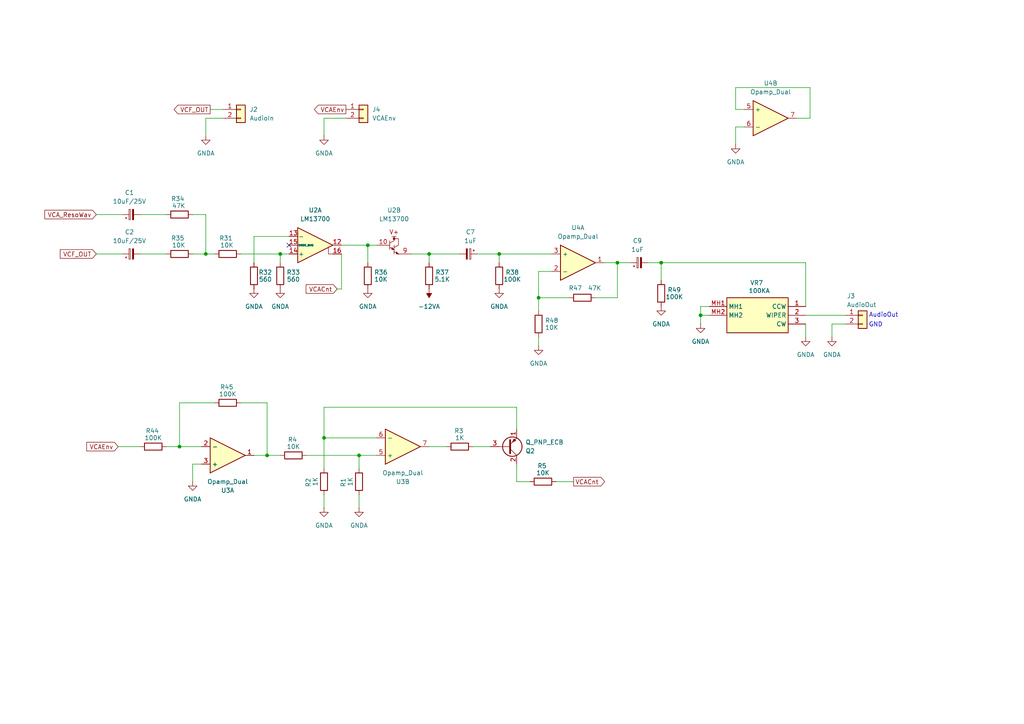
<source format=kicad_sch>
(kicad_sch (version 20250114) (generator "eeschema") (generator_version "9.0")
  (paper "A4")
  (lib_symbols
    (symbol "Amplifier_Operational:LM13700" (pin_names (offset 0.127))
      (property "Reference" "U" (at 3.81 5.08 0))
      (property "Value" "LM13700" (at 5.08 -5.08 0))
      (symbol "LM13700_1_1"
        (polyline (pts (xy 3.81 -0.635) (xy 3.81 -2.54) (xy 5.08 -2.54)))
        (polyline (pts (xy 5.08 0) (xy -5.08 -5.08) (xy -5.08 5.08) (xy 5.08 0)) (stroke (width 0.254)) (fill (type background)))
        (pin input line (at -7.62 2.54 0) (length 2.54) (name "-") (number "13"))
        (pin input line (at -7.62 0 0) (length 2.54) (name "DIODE_BIAS") (number "15"))
        (pin input line (at -7.62 -2.54 0) (length 2.54) (name "+") (number "14"))
        (pin output line (at 7.62 0 180) (length 2.54) (name "~") (number "12"))
        (pin input line (at 7.62 -2.54 180) (length 2.54) (name "~") (number "16"))
      )
      (symbol "LM13700_2_0"
        (polyline (pts (xy -1.905 2.54) (xy -3.175 2.54)))
      )
      (symbol "LM13700_2_1"
        (polyline (pts (xy -3.81 1.27) (xy -3.81 -1.27)))
        (polyline (pts (xy -3.81 0.635) (xy -2.54 1.27) (xy -2.54 1.905) (xy -2.54 2.54)))
        (polyline (pts (xy -3.81 -0.635) (xy -2.54 -1.27)))
        (circle (center -2.54 1.905) (radius 0.254) (stroke (width 0.254)) (fill (type outline)))
        (polyline (pts (xy -2.54 0) (xy -2.54 -2.54)))
        (polyline (pts (xy -2.54 -0.635) (xy -1.27 0) (xy -1.27 1.905) (xy -2.54 1.905)))
        (polyline (pts (xy -2.54 -1.27) (xy -3.175 -0.635) (xy -3.175 -1.27) (xy -2.54 -1.27)) (fill (type outline)))
        (polyline (pts (xy -2.54 -1.905) (xy -1.27 -2.54)))
        (polyline (pts (xy -1.27 -2.54) (xy -1.905 -1.905) (xy -1.905 -2.54) (xy -1.27 -2.54)) (fill (type outline)))
        (text "V+" (at -2.54 3.81 0) (effects (font (size 1.27 1.27))))
        (pin input line (at -7.62 0 0) (length 3.81) (name "~") (number "10"))
        (pin output line (at 2.54 -2.54 180) (length 3.81) (name "~") (number "9"))
      )
      (symbol "LM13700_3_1"
        (polyline (pts (xy 3.81 -0.635) (xy 3.81 -2.54) (xy 5.08 -2.54)))
        (polyline (pts (xy 5.08 0) (xy -5.08 -5.08) (xy -5.08 5.08) (xy 5.08 0)) (stroke (width 0.254)) (fill (type background)))
        (pin input line (at -7.62 2.54 0) (length 2.54) (name "-") (number "4"))
        (pin input line (at -7.62 0 0) (length 2.54) (name "DIODE_BIAS") (number "2"))
        (pin input line (at -7.62 -2.54 0) (length 2.54) (name "+") (number "3"))
        (pin output line (at 7.62 0 180) (length 2.54) (name "~") (number "5"))
        (pin input line (at 7.62 -2.54 180) (length 2.54) (name "~") (number "1"))
      )
      (symbol "LM13700_4_0"
        (polyline (pts (xy -3.175 2.54) (xy -1.905 2.54)))
        (text "V+" (at -2.54 3.81 0) (effects (font (size 1.27 1.27))))
      )
      (symbol "LM13700_4_1"
        (polyline (pts (xy -3.81 1.27) (xy -3.81 -1.27)))
        (polyline (pts (xy -3.81 0.635) (xy -2.54 1.27) (xy -2.54 2.54)))
        (polyline (pts (xy -3.81 -0.635) (xy -2.54 -1.27)))
        (circle (center -2.54 1.905) (radius 0.254) (stroke (width 0.254)) (fill (type outline)))
        (polyline (pts (xy -2.54 0) (xy -2.54 -2.54)))
        (polyline (pts (xy -2.54 -0.635) (xy -1.27 0) (xy -1.27 1.905) (xy -2.54 1.905)))
        (polyline (pts (xy -2.54 -1.27) (xy -3.175 -0.635) (xy -3.175 -1.27) (xy -2.54 -1.27)) (fill (type outline)))
        (polyline (pts (xy -2.54 -1.905) (xy -1.27 -2.54)))
        (polyline (pts (xy -1.27 -2.54) (xy -1.905 -1.905) (xy -1.905 -2.54) (xy -1.27 -2.54)) (fill (type outline)))
        (pin input line (at -7.62 0 0) (length 3.81) (name "~") (number "7"))
        (pin output line (at 2.54 -2.54 180) (length 3.81) (name "~") (number "8"))
      )
      (symbol "LM13700_5_1"
        (pin power_in line (at -2.54 7.62 270) (length 3.81) (name "V+") (number "11"))
        (pin power_in line (at -2.54 -7.62 90) (length 3.81) (name "V-") (number "6"))
      )
    )
    (symbol "Connector_Generic:Conn_01x02" (pin_names (offset 1.016) (hide yes))
      (property "Reference" "J" (at 0 2.54 0))
      (property "Value" "Conn_01x02" (at 0 -5.08 0))
      (symbol "Conn_01x02_1_1"
        (rectangle (start -1.27 1.27) (end 1.27 -3.81) (stroke (width 0.254)) (fill (type background)))
        (rectangle (start -1.27 0.127) (end 0 -0.127) (stroke (width 0.1524)))
        (rectangle (start -1.27 -2.413) (end 0 -2.667) (stroke (width 0.1524)))
        (pin passive line (at -5.08 0 0) (length 3.81) (name "Pin_1") (number "1"))
        (pin passive line (at -5.08 -2.54 0) (length 3.81) (name "Pin_2") (number "2"))
      )
    )
    (symbol "Device:C_Polarized_Small" (pin_numbers (hide yes)) (pin_names (offset 0.254) (hide yes))
      (property "Reference" "C" (at 0.254 1.778 0))
      (property "Value" "C_Polarized_Small" (at 0.254 -2.032 0))
      (symbol "C_Polarized_Small_0_1"
        (rectangle (start -1.524 0.6858) (end 1.524 0.3048))
        (rectangle (start -1.524 -0.3048) (end 1.524 -0.6858) (fill (type outline)))
        (polyline (pts (xy -1.27 1.524) (xy -0.762 1.524)))
        (polyline (pts (xy -1.016 1.27) (xy -1.016 1.778)))
      )
      (symbol "C_Polarized_Small_1_1"
        (pin passive line (at 0 2.54 270) (length 1.8542) (name "~") (number "1"))
        (pin passive line (at 0 -2.54 90) (length 1.8542) (name "~") (number "2"))
      )
    )
    (symbol "Device:Opamp_Dual"
      (property "Reference" "U" (at 0 5.08 0))
      (property "Value" "Opamp_Dual" (at 0 -5.08 0))
      (symbol "Opamp_Dual_1_1"
        (polyline (pts (xy -5.08 5.08) (xy 5.08 0) (xy -5.08 -5.08) (xy -5.08 5.08)) (stroke (width 0.254)) (fill (type background)))
        (pin input line (at -7.62 2.54 0) (length 2.54) (name "+") (number "3"))
        (pin input line (at -7.62 -2.54 0) (length 2.54) (name "-") (number "2"))
        (pin output line (at 7.62 0 180) (length 2.54) (name "~") (number "1"))
      )
      (symbol "Opamp_Dual_2_1"
        (polyline (pts (xy -5.08 5.08) (xy 5.08 0) (xy -5.08 -5.08) (xy -5.08 5.08)) (stroke (width 0.254)) (fill (type background)))
        (pin input line (at -7.62 2.54 0) (length 2.54) (name "+") (number "5"))
        (pin input line (at -7.62 -2.54 0) (length 2.54) (name "-") (number "6"))
        (pin output line (at 7.62 0 180) (length 2.54) (name "~") (number "7"))
      )
      (symbol "Opamp_Dual_3_1"
        (pin power_in line (at -2.54 7.62 270) (length 3.81) (name "V+") (number "8"))
        (pin power_in line (at -2.54 -7.62 90) (length 3.81) (name "V-") (number "4"))
      )
    )
    (symbol "Device:R" (pin_numbers (hide yes)) (pin_names (offset 0))
      (property "Reference" "R" (at 2.032 0 90))
      (property "Value" "R" (at 0 0 90))
      (symbol "R_0_1"
        (rectangle (start -1.016 -2.54) (end 1.016 2.54) (stroke (width 0.254)))
      )
      (symbol "R_1_1"
        (pin passive line (at 0 3.81 270) (length 1.27) (name "~") (number "1"))
        (pin passive line (at 0 -3.81 90) (length 1.27) (name "~") (number "2"))
      )
    )
    (symbol "Opamp_Dual_1"
      (property "Reference" "U" (at 0 5.08 0))
      (property "Value" "Opamp_Dual" (at 0 -5.08 0))
      (symbol "Opamp_Dual_1_1_1"
        (polyline (pts (xy -5.08 5.08) (xy 5.08 0) (xy -5.08 -5.08) (xy -5.08 5.08)) (stroke (width 0.254)) (fill (type background)))
        (pin input line (at -7.62 2.54 0) (length 2.54) (name "+") (number "3"))
        (pin input line (at -7.62 -2.54 0) (length 2.54) (name "-") (number "2"))
        (pin output line (at 7.62 0 180) (length 2.54) (name "~") (number "1"))
      )
      (symbol "Opamp_Dual_1_2_1"
        (polyline (pts (xy -5.08 5.08) (xy 5.08 0) (xy -5.08 -5.08) (xy -5.08 5.08)) (stroke (width 0.254)) (fill (type background)))
        (pin input line (at -7.62 2.54 0) (length 2.54) (name "+") (number "5"))
        (pin input line (at -7.62 -2.54 0) (length 2.54) (name "-") (number "6"))
        (pin output line (at 7.62 0 180) (length 2.54) (name "~") (number "7"))
      )
      (symbol "Opamp_Dual_1_3_1"
        (pin power_in line (at -2.54 7.62 270) (length 3.81) (name "V+") (number "8"))
        (pin power_in line (at -2.54 -7.62 90) (length 3.81) (name "V-") (number "4"))
      )
    )
    (symbol "SamacSys_Parts:RK09D117000B"
      (property "Reference" "VR" (at 24.13 7.62 0))
      (property "Value" "RK09D117000B" (at 24.13 5.08 0))
      (symbol "RK09D117000B_1_1"
        (rectangle (start 5.08 2.54) (end 22.86 -7.62) (stroke (width 0.254)) (fill (type background)))
        (pin passive line (at 0 0 0) (length 5.08) (name "CCW") (number "1"))
        (pin passive line (at 0 -2.54 0) (length 5.08) (name "WIPER") (number "2"))
        (pin passive line (at 0 -5.08 0) (length 5.08) (name "CW") (number "3"))
        (pin passive line (at 27.94 0 180) (length 5.08) (name "MH1") (number "MH1"))
        (pin passive line (at 27.94 -2.54 180) (length 5.08) (name "MH2") (number "MH2"))
      )
    )
    (symbol "Transistor_BJT:Q_PNP_ECB" (pin_names (offset 0) (hide yes))
      (property "Reference" "Q" (at 5.08 1.27 0))
      (property "Value" "Q_PNP_ECB" (at 5.08 -1.27 0))
      (symbol "Q_PNP_ECB_0_1"
        (polyline (pts (xy -2.54 0) (xy 0.635 0)))
        (polyline (pts (xy 0.635 1.905) (xy 0.635 -1.905)) (stroke (width 0.508)))
        (polyline (pts (xy 0.635 0.635) (xy 2.54 2.54)))
        (polyline (pts (xy 0.635 -0.635) (xy 2.54 -2.54)))
        (circle (center 1.27 0) (radius 2.8194) (stroke (width 0.254)))
        (polyline (pts (xy 2.286 -1.778) (xy 1.778 -2.286) (xy 1.27 -1.27) (xy 2.286 -1.778)) (fill (type outline)))
      )
      (symbol "Q_PNP_ECB_1_1"
        (pin input line (at -5.08 0 0) (length 2.54) (name "B") (number "3"))
        (pin passive line (at 2.54 5.08 270) (length 2.54) (name "C") (number "2"))
        (pin passive line (at 2.54 -5.08 90) (length 2.54) (name "E") (number "1"))
      )
    )
    (symbol "power:-12VA" (power) (pin_numbers (hide yes)) (pin_names (offset 0) (hide yes))
      (property "Value" "-12VA" (at 0 3.556 0))
      (symbol "-12VA_0_0"
        (pin power_in line (at 0 0 90) (length 0) (name "~") (number "1"))
      )
      (symbol "-12VA_0_1"
        (polyline (pts (xy 0 0) (xy 0 1.27) (xy 0.762 1.27) (xy 0 2.54) (xy -0.762 1.27) (xy 0 1.27)) (fill (type outline)))
      )
    )
    (symbol "power:GNDA" (power) (pin_numbers (hide yes)) (pin_names (offset 0) (hide yes))
      (property "Value" "GNDA" (at 0 -3.81 0))
      (symbol "GNDA_0_1"
        (polyline (pts (xy 0 0) (xy 0 -1.27) (xy 1.27 -1.27) (xy 0 -2.54) (xy -1.27 -1.27) (xy 0 -1.27)))
      )
      (symbol "GNDA_1_1"
        (pin power_in line (at 0 0 270) (length 0) (name "~") (number "1"))
      )
    )
  )
  (text "GND" (at 254 94.234 0) (effects (font (size 1.27 1.27))))
  (text "AudioOut" (at 256.286 91.44 0) (effects (font (size 1.27 1.27))))
  (junction (at 106.68 71.12))
  (junction (at 144.78 73.66))
  (junction (at 59.69 73.66))
  (junction (at 81.28 73.66))
  (junction (at 93.98 127))
  (junction (at 179.07 76.2))
  (junction (at 52.07 129.54))
  (junction (at 191.77 76.2))
  (junction (at 203.2 91.44))
  (junction (at 77.47 132.08))
  (junction (at 104.14 132.08))
  (junction (at 124.46 73.66))
  (junction (at 156.21 86.36))
  (no_connect (at 83.82 71.12))
  (wire (pts (xy 55.88 62.23) (xy 59.69 62.23)))
  (wire (pts (xy 73.66 132.08) (xy 77.47 132.08)))
  (wire (pts (xy 64.77 34.29) (xy 59.69 34.29)))
  (wire (pts (xy 156.21 86.36) (xy 156.21 90.17)))
  (wire (pts (xy 62.23 116.84) (xy 52.07 116.84)))
  (wire (pts (xy 99.06 83.82) (xy 97.79 83.82)))
  (wire (pts (xy 187.96 76.2) (xy 191.77 76.2)))
  (wire (pts (xy 55.88 134.62) (xy 55.88 139.7)))
  (wire (pts (xy 60.96 31.75) (xy 64.77 31.75)))
  (wire (pts (xy 156.21 86.36) (xy 156.21 78.74)))
  (wire (pts (xy 156.21 97.79) (xy 156.21 100.33)))
  (wire (pts (xy 191.77 76.2) (xy 191.77 81.28)))
  (wire (pts (xy 213.36 36.83) (xy 213.36 41.91)))
  (wire (pts (xy 99.06 73.66) (xy 99.06 83.82)))
  (wire (pts (xy 93.98 135.89) (xy 93.98 127)))
  (wire (pts (xy 191.77 76.2) (xy 233.68 76.2)))
  (wire (pts (xy 55.88 73.66) (xy 59.69 73.66)))
  (wire (pts (xy 104.14 143.51) (xy 104.14 147.32)))
  (wire (pts (xy 48.26 129.54) (xy 52.07 129.54)))
  (wire (pts (xy 149.86 118.11) (xy 93.98 118.11)))
  (wire (pts (xy 149.86 124.46) (xy 149.86 118.11)))
  (wire (pts (xy 83.82 68.58) (xy 73.66 68.58)))
  (wire (pts (xy 156.21 78.74) (xy 160.02 78.74)))
  (wire (pts (xy 99.06 71.12) (xy 106.68 71.12)))
  (wire (pts (xy 34.29 129.54) (xy 40.64 129.54)))
  (wire (pts (xy 81.28 73.66) (xy 69.85 73.66)))
  (wire (pts (xy 52.07 129.54) (xy 58.42 129.54)))
  (wire (pts (xy 93.98 118.11) (xy 93.98 127)))
  (wire (pts (xy 241.3 93.98) (xy 241.3 97.79)))
  (wire (pts (xy 59.69 62.23) (xy 59.69 73.66)))
  (wire (pts (xy 81.28 73.66) (xy 83.82 73.66)))
  (wire (pts (xy 203.2 88.9) (xy 203.2 91.44)))
  (wire (pts (xy 27.94 73.66) (xy 35.56 73.66)))
  (wire (pts (xy 88.9 132.08) (xy 104.14 132.08)))
  (wire (pts (xy 205.74 88.9) (xy 203.2 88.9)))
  (wire (pts (xy 165.1 86.36) (xy 156.21 86.36)))
  (wire (pts (xy 144.78 73.66) (xy 160.02 73.66)))
  (wire (pts (xy 138.43 73.66) (xy 144.78 73.66)))
  (wire (pts (xy 149.86 139.7) (xy 149.86 134.62)))
  (wire (pts (xy 161.29 139.7) (xy 166.37 139.7)))
  (wire (pts (xy 233.68 76.2) (xy 233.68 88.9)))
  (wire (pts (xy 179.07 86.36) (xy 172.72 86.36)))
  (wire (pts (xy 27.94 62.23) (xy 35.56 62.23)))
  (wire (pts (xy 77.47 132.08) (xy 81.28 132.08)))
  (wire (pts (xy 55.88 134.62) (xy 58.42 134.62)))
  (wire (pts (xy 231.14 34.29) (xy 234.95 34.29)))
  (wire (pts (xy 124.46 73.66) (xy 133.35 73.66)))
  (wire (pts (xy 179.07 76.2) (xy 179.07 86.36)))
  (wire (pts (xy 233.68 91.44) (xy 245.11 91.44)))
  (wire (pts (xy 40.64 73.66) (xy 48.26 73.66)))
  (wire (pts (xy 93.98 127) (xy 109.22 127)))
  (wire (pts (xy 175.26 76.2) (xy 179.07 76.2)))
  (wire (pts (xy 106.68 76.2) (xy 106.68 71.12)))
  (wire (pts (xy 119.38 73.66) (xy 124.46 73.66)))
  (wire (pts (xy 203.2 91.44) (xy 203.2 93.98)))
  (wire (pts (xy 59.69 73.66) (xy 62.23 73.66)))
  (wire (pts (xy 104.14 132.08) (xy 104.14 135.89)))
  (wire (pts (xy 40.64 62.23) (xy 48.26 62.23)))
  (wire (pts (xy 59.69 34.29) (xy 59.69 39.37)))
  (wire (pts (xy 124.46 129.54) (xy 129.54 129.54)))
  (wire (pts (xy 100.33 34.29) (xy 93.98 34.29)))
  (wire (pts (xy 109.22 132.08) (xy 104.14 132.08)))
  (wire (pts (xy 234.95 34.29) (xy 234.95 25.4)))
  (wire (pts (xy 215.9 36.83) (xy 213.36 36.83)))
  (wire (pts (xy 213.36 25.4) (xy 213.36 31.75)))
  (wire (pts (xy 93.98 143.51) (xy 93.98 147.32)))
  (wire (pts (xy 233.68 93.98) (xy 233.68 97.79)))
  (wire (pts (xy 81.28 73.66) (xy 81.28 76.2)))
  (wire (pts (xy 124.46 73.66) (xy 124.46 76.2)))
  (wire (pts (xy 153.67 139.7) (xy 149.86 139.7)))
  (wire (pts (xy 69.85 116.84) (xy 77.47 116.84)))
  (wire (pts (xy 73.66 68.58) (xy 73.66 76.2)))
  (wire (pts (xy 144.78 73.66) (xy 144.78 76.2)))
  (wire (pts (xy 93.98 34.29) (xy 93.98 39.37)))
  (wire (pts (xy 52.07 116.84) (xy 52.07 129.54)))
  (wire (pts (xy 213.36 31.75) (xy 215.9 31.75)))
  (wire (pts (xy 179.07 76.2) (xy 182.88 76.2)))
  (wire (pts (xy 137.16 129.54) (xy 142.24 129.54)))
  (wire (pts (xy 77.47 132.08) (xy 77.47 116.84)))
  (wire (pts (xy 205.74 91.44) (xy 203.2 91.44)))
  (wire (pts (xy 234.95 25.4) (xy 213.36 25.4)))
  (wire (pts (xy 245.11 93.98) (xy 241.3 93.98)))
  (wire (pts (xy 106.68 71.12) (xy 109.22 71.12)))
  (global_label "VCF_OUT" (shape output) (at 60.96 31.75 180) (property "Intersheetrefs" "${INTERSHEET_REFS}" (effects (hide yes))))
  (global_label "VCAEnv" (shape input) (at 34.29 129.54 180) (property "Intersheetrefs" "${INTERSHEET_REFS}" (effects (hide yes))))
  (global_label "VCF_OUT" (shape input) (at 27.94 73.66 180) (property "Intersheetrefs" "${INTERSHEET_REFS}" (effects (hide yes))))
  (global_label "VCA_ResoWav" (shape input) (at 27.94 62.23 180) (property "Intersheetrefs" "${INTERSHEET_REFS}" (effects (hide yes))))
  (global_label "VCACnt" (shape output) (at 166.37 139.7 0) (property "Intersheetrefs" "${INTERSHEET_REFS}" (effects (hide yes))))
  (global_label "VCACnt" (shape input) (at 97.79 83.82 180) (property "Intersheetrefs" "${INTERSHEET_REFS}" (effects (hide yes))))
  (global_label "VCAEnv" (shape output) (at 100.33 31.75 180) (property "Intersheetrefs" "${INTERSHEET_REFS}" (effects (hide yes))))
  (symbol (lib_id "Device:R") (at 157.48 139.7 90) (unit 1)
    (property "Reference" "R5" (at 157.226 135.128 90))
    (property "Value" "10K" (at 157.48 137.16 90))
    (property "Footprint" "Resistor_THT:R_Axial_DIN0204_L3.6mm_D1.6mm_P7.62mm_Horizontal" (effects (hide yes)))
    (property "Description" "Resistor" (effects (hide yes)))
  )
  (symbol (lib_id "Amplifier_Operational:LM13700") (at 116.84 71.12 0) (unit 2)
    (property "Reference" "U2" (at 114.3 60.96 0))
    (property "Value" "LM13700" (at 114.3 63.5 0))
    (property "Footprint" "Package_DIP:DIP-16_W7.62mm_LongPads" (effects (hide yes)))
    (property "Datasheet" "http://www.ti.com/lit/ds/symlink/lm13700.pdf" (effects (hide yes)))
    (property "Description" "Dual Operational Transconductance Amplifiers with Linearizing Diodes and Buffers, DIP-16/SOIC-16" (effects (hide yes)))
  )
  (symbol (lib_id "Device:R") (at 66.04 116.84 90) (unit 1)
    (property "Reference" "R45" (at 65.786 112.268 90))
    (property "Value" "100K" (at 66.04 114.3 90))
    (property "Footprint" "Resistor_THT:R_Axial_DIN0204_L3.6mm_D1.6mm_P7.62mm_Horizontal" (effects (hide yes)))
    (property "Description" "Resistor" (effects (hide yes)))
  )
  (symbol (lib_id "Device:R") (at 168.91 86.36 270) (mirror x) (unit 1)
    (property "Reference" "R47" (at 166.878 83.566 90))
    (property "Value" "47K" (at 172.466 83.566 90))
    (property "Footprint" "Resistor_THT:R_Axial_DIN0204_L3.6mm_D1.6mm_P7.62mm_Horizontal" (effects (hide yes)))
    (property "Description" "Resistor" (effects (hide yes)))
  )
  (symbol (lib_id "power:GNDA") (at 55.88 139.7 0) (unit 1)
    (property "Reference" "#PWR048" (effects (hide yes)))
    (property "Value" "GNDA" (at 55.88 144.78 0))
    (property "Description" "Power symbol creates a global label with name \"GNDA\" , analog ground" (effects (hide yes)))
  )
  (symbol (lib_id "power:-12VA") (at 124.46 83.82 180) (unit 1)
    (property "Reference" "#PWR039" (effects (hide yes)))
    (property "Value" "-12VA" (at 124.46 88.9 0))
    (property "Description" "Power symbol creates a global label with name \"-12VA\"" (effects (hide yes)))
  )
  (symbol (lib_id "Device:Opamp_Dual") (at 167.64 76.2 0) (unit 1)
    (property "Reference" "U4" (at 167.64 66.04 0))
    (property "Value" "Opamp_Dual" (at 167.64 68.58 0))
    (property "Footprint" "Package_DIP:DIP-8_W7.62mm_Socket_LongPads" (effects (hide yes)))
    (property "Description" "Dual operational amplifier" (effects (hide yes)))
    (property "Sim.Library" "${KICAD9_SYMBOL_DIR}/Simulation_SPICE.sp" (effects (hide yes)))
    (property "Sim.Name" "kicad_builtin_opamp_dual" (effects (hide yes)))
    (property "Sim.Device" "SUBCKT" (effects (hide yes)))
    (property "Sim.Pins" "1=out1 2=in1- 3=in1+ 4=vee 5=in2+ 6=in2- 7=out2 8=vcc" (effects (hide yes)))
  )
  (symbol (lib_id "power:GNDA") (at 144.78 83.82 0) (mirror y) (unit 1)
    (property "Reference" "#PWR040" (effects (hide yes)))
    (property "Value" "GNDA" (at 144.78 88.9 0))
    (property "Description" "Power symbol creates a global label with name \"GNDA\" , analog ground" (effects (hide yes)))
  )
  (symbol (lib_id "Amplifier_Operational:LM13700") (at 91.44 71.12 0) (unit 1)
    (property "Reference" "U2" (at 91.44 60.96 0))
    (property "Value" "LM13700" (at 91.44 63.5 0))
    (property "Footprint" "Package_DIP:DIP-16_W7.62mm_LongPads" (effects (hide yes)))
    (property "Datasheet" "http://www.ti.com/lit/ds/symlink/lm13700.pdf" (effects (hide yes)))
    (property "Description" "Dual Operational Transconductance Amplifiers with Linearizing Diodes and Buffers, DIP-16/SOIC-16" (effects (hide yes)))
  )
  (symbol (lib_id "power:GNDA") (at 241.3 97.79 0) (unit 1)
    (property "Reference" "#PWR056" (effects (hide yes)))
    (property "Value" "GNDA" (at 241.3 102.87 0))
    (property "Description" "Power symbol creates a global label with name \"GNDA\" , analog ground" (effects (hide yes)))
  )
  (symbol (lib_id "Device:R") (at 144.78 80.01 0) (mirror x) (unit 1)
    (property "Reference" "R38" (at 148.59 78.994 0))
    (property "Value" "100K" (at 148.59 81.026 0))
    (property "Footprint" "Resistor_THT:R_Axial_DIN0204_L3.6mm_D1.6mm_P7.62mm_Horizontal" (effects (hide yes)))
    (property "Description" "Resistor" (effects (hide yes)))
  )
  (symbol (lib_id "Device:R") (at 81.28 80.01 0) (mirror x) (unit 1)
    (property "Reference" "R33" (at 85.09 78.994 0))
    (property "Value" "560" (at 85.09 81.026 0))
    (property "Footprint" "Resistor_THT:R_Axial_DIN0204_L3.6mm_D1.6mm_P7.62mm_Horizontal" (effects (hide yes)))
    (property "Description" "Resistor" (effects (hide yes)))
  )
  (symbol (lib_id "power:GNDA") (at 203.2 93.98 0) (unit 1)
    (property "Reference" "#PWR054" (effects (hide yes)))
    (property "Value" "GNDA" (at 203.2 99.06 0))
    (property "Description" "Power symbol creates a global label with name \"GNDA\" , analog ground" (effects (hide yes)))
  )
  (symbol (lib_id "power:GNDA") (at 59.69 39.37 0) (mirror y) (unit 1)
    (property "Reference" "#PWR06" (effects (hide yes)))
    (property "Value" "GNDA" (at 59.69 44.45 0))
    (property "Description" "Power symbol creates a global label with name \"GNDA\" , analog ground" (effects (hide yes)))
  )
  (symbol (lib_id "Device:R") (at 93.98 139.7 180) (unit 1)
    (property "Reference" "R2" (at 89.408 139.954 90))
    (property "Value" "1K" (at 91.44 139.7 90))
    (property "Footprint" "Resistor_THT:R_Axial_DIN0204_L3.6mm_D1.6mm_P7.62mm_Horizontal" (effects (hide yes)))
    (property "Description" "Resistor" (effects (hide yes)))
  )
  (symbol (lib_id "power:GNDA") (at 191.77 88.9 0) (mirror y) (unit 1)
    (property "Reference" "#PWR051" (effects (hide yes)))
    (property "Value" "GNDA" (at 191.77 93.98 0))
    (property "Description" "Power symbol creates a global label with name \"GNDA\" , analog ground" (effects (hide yes)))
  )
  (symbol (lib_id "Device:R") (at 66.04 73.66 270) (mirror x) (unit 1)
    (property "Reference" "R31" (at 65.532 69.088 90))
    (property "Value" "10K" (at 65.786 71.12 90))
    (property "Footprint" "Resistor_THT:R_Axial_DIN0204_L3.6mm_D1.6mm_P7.62mm_Horizontal" (effects (hide yes)))
    (property "Description" "Resistor" (effects (hide yes)))
  )
  (symbol (lib_id "Device:C_Polarized_Small") (at 185.42 76.2 90) (unit 1)
    (property "Reference" "C9" (at 184.8739 69.85 90))
    (property "Value" "1uF" (at 184.8739 72.39 90))
    (property "Footprint" "Capacitor_THT:CP_Radial_D5.0mm_P2.50mm" (effects (hide yes)))
    (property "Description" "Polarized capacitor, small symbol" (effects (hide yes)))
  )
  (symbol (lib_id "Transistor_BJT:Q_PNP_ECB") (at 147.32 129.54 0) (mirror x) (unit 1)
    (property "Reference" "Q2" (at 152.4 130.8101 0) (effects (justify left)))
    (property "Value" "Q_PNP_ECB" (at 152.4 128.2701 0) (effects (justify left)))
    (property "Footprint" "Package_TO_SOT_THT:TO-92_HandSolder" (effects (hide yes)))
    (property "Description" "PNP transistor, emitter/collector/base" (effects (hide yes)))
  )
  (symbol (lib_id "power:GNDA") (at 81.28 83.82 0) (mirror y) (unit 1)
    (property "Reference" "#PWR037" (effects (hide yes)))
    (property "Value" "GNDA" (at 81.28 88.9 0))
    (property "Description" "Power symbol creates a global label with name \"GNDA\" , analog ground" (effects (hide yes)))
  )
  (symbol (lib_id "SamacSys_Parts:RK09D117000B") (at 233.68 88.9 0) (mirror y) (unit 1)
    (property "Reference" "VR7" (at 219.456 82.042 0))
    (property "Value" "100KA" (at 220.218 84.328 0))
    (property "Footprint" "SamacSys_parts:RK09D117000B" (effects (hide yes)))
    (property "Datasheet" "https://tech.alpsalpine.com/prod/j/html/potentiometer/rotarypotentiometers/rk09k/rk09d117000b.html" (effects (hide yes)))
    (property "Description" "9-inch insulated shaft snap-in type RK09K/RK09D series" (effects (hide yes)))
    (property "Height" "30" (effects (hide yes)))
    (property "Manufacturer_Name" "ALPS Electric" (effects (hide yes)))
    (property "Manufacturer_Part_Number" "RK09D117000B" (effects (hide yes)))
    (property "Mouser Part Number" "688-RK09D117000B" (effects (hide yes)))
    (property "Mouser Price/Stock" "https://www.mouser.co.uk/ProductDetail/Alps-Alpine/RK09D117000B?qs=3cOf6TWd2rbc67829PEbEQ%3D%3D" (effects (hide yes)))
  )
  (symbol (lib_id "Device:C_Polarized_Small") (at 38.1 62.23 90) (unit 1)
    (property "Reference" "C1" (at 37.5539 55.88 90))
    (property "Value" "10uF/25V" (at 37.5539 58.42 90))
    (property "Footprint" "Capacitor_THT:CP_Radial_D5.0mm_P2.50mm" (effects (hide yes)))
    (property "Description" "Polarized capacitor, small symbol" (effects (hide yes)))
  )
  (symbol (lib_id "power:GNDA") (at 106.68 83.82 0) (mirror y) (unit 1)
    (property "Reference" "#PWR038" (effects (hide yes)))
    (property "Value" "GNDA" (at 106.68 88.9 0))
    (property "Description" "Power symbol creates a global label with name \"GNDA\" , analog ground" (effects (hide yes)))
  )
  (symbol (lib_id "Connector_Generic:Conn_01x02") (at 69.85 31.75 0) (unit 1)
    (property "Reference" "J2" (at 72.39 31.7499 0) (effects (justify left)))
    (property "Value" "AudioIn" (at 72.39 34.2899 0) (effects (justify left)))
    (property "Footprint" "Connector_PinSocket_2.54mm:PinSocket_1x02_P2.54mm_Vertical" (effects (hide yes)))
    (property "Description" "Generic connector, single row, 01x02, script generated (kicad-library-utils/schlib/autogen/connector/)" (effects (hide yes)))
  )
  (symbol (lib_id "power:GNDA") (at 93.98 39.37 0) (mirror y) (unit 1)
    (property "Reference" "#PWR07" (effects (hide yes)))
    (property "Value" "GNDA" (at 93.98 44.45 0))
    (property "Description" "Power symbol creates a global label with name \"GNDA\" , analog ground" (effects (hide yes)))
  )
  (symbol (lib_id "Device:R") (at 85.09 132.08 90) (unit 1)
    (property "Reference" "R4" (at 84.836 127.508 90))
    (property "Value" "10K" (at 85.09 129.54 90))
    (property "Footprint" "Resistor_THT:R_Axial_DIN0204_L3.6mm_D1.6mm_P7.62mm_Horizontal" (effects (hide yes)))
    (property "Description" "Resistor" (effects (hide yes)))
  )
  (symbol (lib_id "Device:R") (at 44.45 129.54 90) (unit 1)
    (property "Reference" "R44" (at 44.196 124.968 90))
    (property "Value" "100K" (at 44.45 127 90))
    (property "Footprint" "Resistor_THT:R_Axial_DIN0204_L3.6mm_D1.6mm_P7.62mm_Horizontal" (effects (hide yes)))
    (property "Description" "Resistor" (effects (hide yes)))
  )
  (symbol (lib_name "Opamp_Dual_1") (lib_id "Device:Opamp_Dual") (at 116.84 129.54 0) (mirror x) (unit 2)
    (property "Reference" "U3" (at 116.84 139.7 0))
    (property "Value" "Opamp_Dual" (at 116.84 137.16 0))
    (property "Footprint" "Package_DIP:DIP-8_W7.62mm_LongPads" (effects (hide yes)))
    (property "Description" "Dual operational amplifier" (effects (hide yes)))
    (property "Sim.Library" "${KICAD9_SYMBOL_DIR}/Simulation_SPICE.sp" (effects (hide yes)))
    (property "Sim.Name" "kicad_builtin_opamp_dual" (effects (hide yes)))
    (property "Sim.Device" "SUBCKT" (effects (hide yes)))
    (property "Sim.Pins" "1=out1 2=in1- 3=in1+ 4=vee 5=in2+ 6=in2- 7=out2 8=vcc" (effects (hide yes)))
  )
  (symbol (lib_id "Device:R") (at 73.66 80.01 0) (mirror x) (unit 1)
    (property "Reference" "R32" (at 76.962 78.994 0))
    (property "Value" "560" (at 76.962 81.026 0))
    (property "Footprint" "Resistor_THT:R_Axial_DIN0204_L3.6mm_D1.6mm_P7.62mm_Horizontal" (effects (hide yes)))
    (property "Description" "Resistor" (effects (hide yes)))
  )
  (symbol (lib_id "power:GNDA") (at 73.66 83.82 0) (mirror y) (unit 1)
    (property "Reference" "#PWR08" (effects (hide yes)))
    (property "Value" "GNDA" (at 73.66 88.9 0))
    (property "Description" "Power symbol creates a global label with name \"GNDA\" , analog ground" (effects (hide yes)))
  )
  (symbol (lib_id "power:GNDA") (at 213.36 41.91 0) (mirror y) (unit 1)
    (property "Reference" "#PWR052" (effects (hide yes)))
    (property "Value" "GNDA" (at 213.36 46.99 0))
    (property "Description" "Power symbol creates a global label with name \"GNDA\" , analog ground" (effects (hide yes)))
  )
  (symbol (lib_id "Device:R") (at 106.68 80.01 0) (mirror x) (unit 1)
    (property "Reference" "R36" (at 110.49 78.994 0))
    (property "Value" "10K" (at 110.49 81.026 0))
    (property "Footprint" "Resistor_THT:R_Axial_DIN0204_L3.6mm_D1.6mm_P7.62mm_Horizontal" (effects (hide yes)))
    (property "Description" "Resistor" (effects (hide yes)))
  )
  (symbol (lib_id "Device:C_Polarized_Small") (at 135.89 73.66 270) (unit 1)
    (property "Reference" "C7" (at 136.4361 67.31 90))
    (property "Value" "1uF" (at 136.4361 69.85 90))
    (property "Footprint" "Capacitor_THT:CP_Radial_D5.0mm_P2.50mm" (effects (hide yes)))
    (property "Description" "Polarized capacitor, small symbol" (effects (hide yes)))
  )
  (symbol (lib_id "Device:R") (at 52.07 73.66 270) (mirror x) (unit 1)
    (property "Reference" "R35" (at 51.562 69.088 90))
    (property "Value" "10K" (at 51.816 71.12 90))
    (property "Footprint" "Resistor_THT:R_Axial_DIN0204_L3.6mm_D1.6mm_P7.62mm_Horizontal" (effects (hide yes)))
    (property "Description" "Resistor" (effects (hide yes)))
  )
  (symbol (lib_id "Device:R") (at 191.77 85.09 0) (mirror x) (unit 1)
    (property "Reference" "R49" (at 195.58 84.074 0))
    (property "Value" "100K" (at 195.58 86.106 0))
    (property "Footprint" "Resistor_THT:R_Axial_DIN0204_L3.6mm_D1.6mm_P7.62mm_Horizontal" (effects (hide yes)))
    (property "Description" "Resistor" (effects (hide yes)))
  )
  (symbol (lib_id "power:GNDA") (at 93.98 147.32 0) (unit 1)
    (property "Reference" "#PWR026" (effects (hide yes)))
    (property "Value" "GNDA" (at 93.98 152.4 0))
    (property "Description" "Power symbol creates a global label with name \"GNDA\" , analog ground" (effects (hide yes)))
  )
  (symbol (lib_id "Device:R") (at 133.35 129.54 90) (unit 1)
    (property "Reference" "R3" (at 133.096 124.968 90))
    (property "Value" "1K" (at 133.35 127 90))
    (property "Footprint" "Resistor_THT:R_Axial_DIN0204_L3.6mm_D1.6mm_P7.62mm_Horizontal" (effects (hide yes)))
    (property "Description" "Resistor" (effects (hide yes)))
  )
  (symbol (lib_id "Device:C_Polarized_Small") (at 38.1 73.66 90) (unit 1)
    (property "Reference" "C2" (at 37.5539 67.31 90))
    (property "Value" "10uF/25V" (at 37.5539 69.85 90))
    (property "Footprint" "Capacitor_THT:CP_Radial_D5.0mm_P2.50mm" (effects (hide yes)))
    (property "Description" "Polarized capacitor, small symbol" (effects (hide yes)))
  )
  (symbol (lib_id "Connector_Generic:Conn_01x02") (at 250.19 91.44 0) (unit 1)
    (property "Reference" "J3" (at 245.618 85.852 0) (effects (justify left)))
    (property "Value" "AudioOut" (at 245.618 88.392 0) (effects (justify left)))
    (property "Footprint" "Connector_PinHeader_2.54mm:PinHeader_1x02_P2.54mm_Vertical" (effects (hide yes)))
    (property "Description" "Generic connector, single row, 01x02, script generated (kicad-library-utils/schlib/autogen/connector/)" (effects (hide yes)))
  )
  (symbol (lib_id "power:GNDA") (at 104.14 147.32 0) (unit 1)
    (property "Reference" "#PWR027" (effects (hide yes)))
    (property "Value" "GNDA" (at 104.14 152.4 0))
    (property "Description" "Power symbol creates a global label with name \"GNDA\" , analog ground" (effects (hide yes)))
  )
  (symbol (lib_id "Connector_Generic:Conn_01x02") (at 105.41 31.75 0) (unit 1)
    (property "Reference" "J4" (at 107.95 31.7499 0) (effects (justify left)))
    (property "Value" "VCAEnv" (at 107.95 34.2899 0) (effects (justify left)))
    (property "Footprint" "Connector_PinSocket_2.54mm:PinSocket_1x02_P2.54mm_Vertical" (effects (hide yes)))
    (property "Description" "Generic connector, single row, 01x02, script generated (kicad-library-utils/schlib/autogen/connector/)" (effects (hide yes)))
  )
  (symbol (lib_id "power:GNDA") (at 233.68 97.79 0) (unit 1)
    (property "Reference" "#PWR053" (effects (hide yes)))
    (property "Value" "GNDA" (at 233.68 102.87 0))
    (property "Description" "Power symbol creates a global label with name \"GNDA\" , analog ground" (effects (hide yes)))
  )
  (symbol (lib_id "Device:Opamp_Dual") (at 223.52 34.29 0) (unit 2)
    (property "Reference" "U4" (at 223.52 24.13 0))
    (property "Value" "Opamp_Dual" (at 223.52 26.67 0))
    (property "Footprint" "Package_DIP:DIP-8_W7.62mm_Socket_LongPads" (effects (hide yes)))
    (property "Description" "Dual operational amplifier" (effects (hide yes)))
    (property "Sim.Library" "${KICAD9_SYMBOL_DIR}/Simulation_SPICE.sp" (effects (hide yes)))
    (property "Sim.Name" "kicad_builtin_opamp_dual" (effects (hide yes)))
    (property "Sim.Device" "SUBCKT" (effects (hide yes)))
    (property "Sim.Pins" "1=out1 2=in1- 3=in1+ 4=vee 5=in2+ 6=in2- 7=out2 8=vcc" (effects (hide yes)))
  )
  (symbol (lib_id "Device:R") (at 156.21 93.98 0) (mirror x) (unit 1)
    (property "Reference" "R48" (at 160.02 92.964 0))
    (property "Value" "10K" (at 160.02 94.996 0))
    (property "Footprint" "Resistor_THT:R_Axial_DIN0204_L3.6mm_D1.6mm_P7.62mm_Horizontal" (effects (hide yes)))
    (property "Description" "Resistor" (effects (hide yes)))
  )
  (symbol (lib_id "power:GNDA") (at 156.21 100.33 0) (mirror y) (unit 1)
    (property "Reference" "#PWR050" (effects (hide yes)))
    (property "Value" "GNDA" (at 156.21 105.41 0))
    (property "Description" "Power symbol creates a global label with name \"GNDA\" , analog ground" (effects (hide yes)))
  )
  (symbol (lib_id "Device:R") (at 104.14 139.7 180) (unit 1)
    (property "Reference" "R1" (at 99.568 139.954 90))
    (property "Value" "1K" (at 101.6 139.7 90))
    (property "Footprint" "Resistor_THT:R_Axial_DIN0204_L3.6mm_D1.6mm_P7.62mm_Horizontal" (effects (hide yes)))
    (property "Description" "Resistor" (effects (hide yes)))
  )
  (symbol (lib_name "Opamp_Dual_1") (lib_id "Device:Opamp_Dual") (at 66.04 132.08 0) (mirror x) (unit 1)
    (property "Reference" "U3" (at 66.04 142.24 0))
    (property "Value" "Opamp_Dual" (at 66.04 139.7 0))
    (property "Footprint" "Package_DIP:DIP-8_W7.62mm_LongPads" (effects (hide yes)))
    (property "Description" "Dual operational amplifier" (effects (hide yes)))
    (property "Sim.Library" "${KICAD9_SYMBOL_DIR}/Simulation_SPICE.sp" (effects (hide yes)))
    (property "Sim.Name" "kicad_builtin_opamp_dual" (effects (hide yes)))
    (property "Sim.Device" "SUBCKT" (effects (hide yes)))
    (property "Sim.Pins" "1=out1 2=in1- 3=in1+ 4=vee 5=in2+ 6=in2- 7=out2 8=vcc" (effects (hide yes)))
  )
  (symbol (lib_id "Device:R") (at 124.46 80.01 0) (mirror x) (unit 1)
    (property "Reference" "R37" (at 128.27 78.994 0))
    (property "Value" "5.1K" (at 128.27 81.026 0))
    (property "Footprint" "Resistor_THT:R_Axial_DIN0204_L3.6mm_D1.6mm_P7.62mm_Horizontal" (effects (hide yes)))
    (property "Description" "Resistor" (effects (hide yes)))
  )
  (symbol (lib_id "Device:R") (at 52.07 62.23 270) (mirror x) (unit 1)
    (property "Reference" "R34" (at 51.562 57.658 90))
    (property "Value" "47K" (at 51.816 59.69 90))
    (property "Footprint" "Resistor_THT:R_Axial_DIN0204_L3.6mm_D1.6mm_P7.62mm_Horizontal" (effects (hide yes)))
    (property "Description" "Resistor" (effects (hide yes)))
  )
)
</source>
